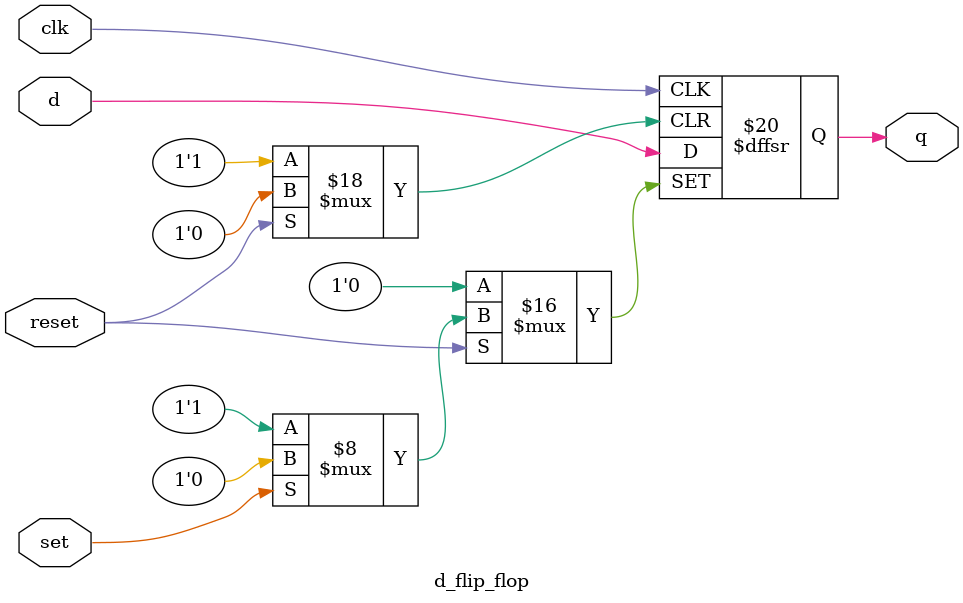
<source format=sv>
`timescale 1ns / 1ps

module d_flip_flop
    (
        input clk,
        input d,
        input set,
        input reset,
        output reg q
    );

    always_ff @ (posedge clk or negedge set or negedge reset)
    begin
        if (!set)
            q <= 1'b1;
        else if (!reset)
            q <= 1'b0;
        else
            q <= d;
    end

endmodule

</source>
